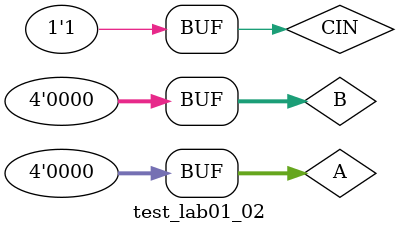
<source format=v>
`timescale 1ns / 1ps


module test_lab01_02;
wire [3:0]S;
wire COUT;
reg [3:0]A;
reg [3:0]B;
reg CIN;

lab01_02 U0 (.s(S), .cout(COUT), .a(A), .b(B), .cin(CIN));

initial
begin
    A = 0; B = 0; CIN = 0;
    repeat (2) begin
        repeat (9) begin
            #10 A = A + 1;
            repeat (9) begin
                #10 B = B + 1;
            end
            B = 0;
        end
        CIN = 1;
        A = 0;
    end
end
endmodule

</source>
